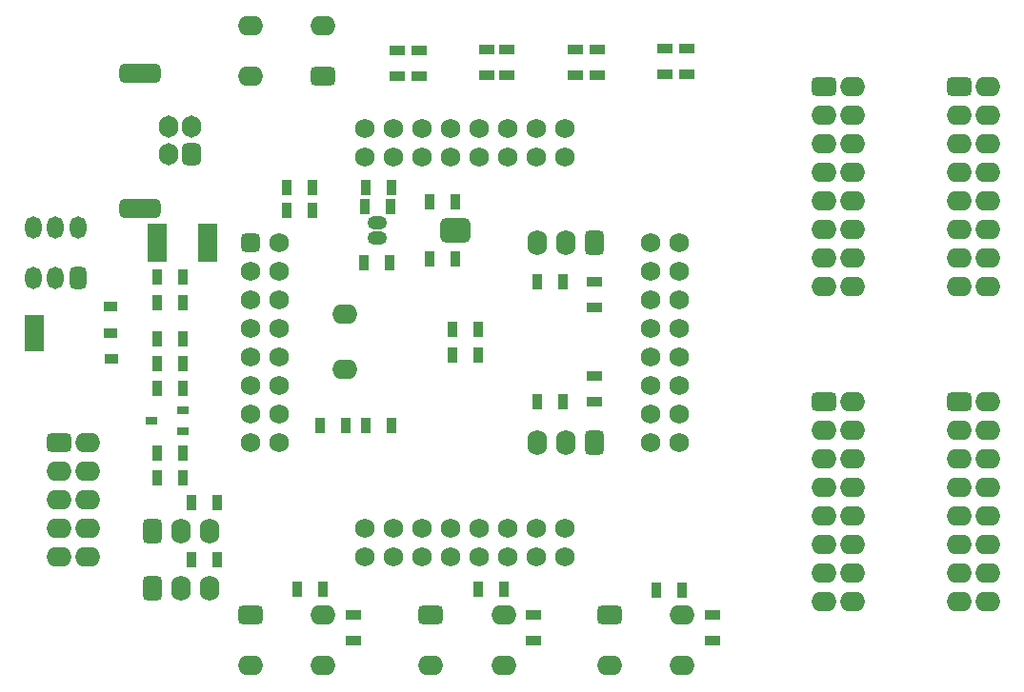
<source format=gts>
G04*
G04 #@! TF.GenerationSoftware,Altium Limited,Altium Designer,21.6.1 (37)*
G04*
G04 Layer_Color=8388736*
%FSTAX24Y24*%
%MOIN*%
G70*
G04*
G04 #@! TF.SameCoordinates,B7BCD236-E72C-41E6-AEDC-B20C2DB60F4C*
G04*
G04*
G04 #@! TF.FilePolarity,Negative*
G04*
G01*
G75*
G04:AMPARAMS|DCode=20|XSize=108mil|YSize=88mil|CornerRadius=24mil|HoleSize=0mil|Usage=FLASHONLY|Rotation=180.000|XOffset=0mil|YOffset=0mil|HoleType=Round|Shape=RoundedRectangle|*
%AMROUNDEDRECTD20*
21,1,0.1080,0.0400,0,0,180.0*
21,1,0.0600,0.0880,0,0,180.0*
1,1,0.0480,-0.0300,0.0200*
1,1,0.0480,0.0300,0.0200*
1,1,0.0480,0.0300,-0.0200*
1,1,0.0480,-0.0300,-0.0200*
%
%ADD20ROUNDEDRECTD20*%
%ADD21R,0.0380X0.0568*%
%ADD22R,0.0671X0.1261*%
%ADD23R,0.0474X0.0356*%
%ADD24R,0.0395X0.0277*%
%ADD25R,0.0671X0.1340*%
%ADD26R,0.0568X0.0380*%
%ADD27O,0.0680X0.0480*%
%ADD28C,0.0680*%
G04:AMPARAMS|DCode=29|XSize=68mil|YSize=68mil|CornerRadius=19mil|HoleSize=0mil|Usage=FLASHONLY|Rotation=90.000|XOffset=0mil|YOffset=0mil|HoleType=Round|Shape=RoundedRectangle|*
%AMROUNDEDRECTD29*
21,1,0.0680,0.0300,0,0,90.0*
21,1,0.0300,0.0680,0,0,90.0*
1,1,0.0380,0.0150,0.0150*
1,1,0.0380,0.0150,-0.0150*
1,1,0.0380,-0.0150,-0.0150*
1,1,0.0380,-0.0150,0.0150*
%
%ADD29ROUNDEDRECTD29*%
%ADD30O,0.0880X0.0680*%
G04:AMPARAMS|DCode=31|XSize=68mil|YSize=88mil|CornerRadius=19mil|HoleSize=0mil|Usage=FLASHONLY|Rotation=90.000|XOffset=0mil|YOffset=0mil|HoleType=Round|Shape=RoundedRectangle|*
%AMROUNDEDRECTD31*
21,1,0.0680,0.0500,0,0,90.0*
21,1,0.0300,0.0880,0,0,90.0*
1,1,0.0380,0.0250,0.0150*
1,1,0.0380,0.0250,-0.0150*
1,1,0.0380,-0.0250,-0.0150*
1,1,0.0380,-0.0250,0.0150*
%
%ADD31ROUNDEDRECTD31*%
G04:AMPARAMS|DCode=32|XSize=78mil|YSize=68mil|CornerRadius=19mil|HoleSize=0mil|Usage=FLASHONLY|Rotation=90.000|XOffset=0mil|YOffset=0mil|HoleType=Round|Shape=RoundedRectangle|*
%AMROUNDEDRECTD32*
21,1,0.0780,0.0300,0,0,90.0*
21,1,0.0400,0.0680,0,0,90.0*
1,1,0.0380,0.0150,0.0200*
1,1,0.0380,0.0150,-0.0200*
1,1,0.0380,-0.0150,-0.0200*
1,1,0.0380,-0.0150,0.0200*
%
%ADD32ROUNDEDRECTD32*%
%ADD33O,0.0680X0.0780*%
G04:AMPARAMS|DCode=34|XSize=68mil|YSize=145.8mil|CornerRadius=19mil|HoleSize=0mil|Usage=FLASHONLY|Rotation=90.000|XOffset=0mil|YOffset=0mil|HoleType=Round|Shape=RoundedRectangle|*
%AMROUNDEDRECTD34*
21,1,0.0680,0.1078,0,0,90.0*
21,1,0.0300,0.1458,0,0,90.0*
1,1,0.0380,0.0539,0.0150*
1,1,0.0380,0.0539,-0.0150*
1,1,0.0380,-0.0539,-0.0150*
1,1,0.0380,-0.0539,0.0150*
%
%ADD34ROUNDEDRECTD34*%
%ADD35O,0.0880X0.0680*%
G04:AMPARAMS|DCode=36|XSize=88mil|YSize=68mil|CornerRadius=19mil|HoleSize=0mil|Usage=FLASHONLY|Rotation=180.000|XOffset=0mil|YOffset=0mil|HoleType=Round|Shape=RoundedRectangle|*
%AMROUNDEDRECTD36*
21,1,0.0880,0.0300,0,0,180.0*
21,1,0.0500,0.0680,0,0,180.0*
1,1,0.0380,-0.0250,0.0150*
1,1,0.0380,0.0250,0.0150*
1,1,0.0380,0.0250,-0.0150*
1,1,0.0380,-0.0250,-0.0150*
%
%ADD36ROUNDEDRECTD36*%
%ADD37O,0.0580X0.0780*%
G04:AMPARAMS|DCode=38|XSize=58mil|YSize=78mil|CornerRadius=16.5mil|HoleSize=0mil|Usage=FLASHONLY|Rotation=180.000|XOffset=0mil|YOffset=0mil|HoleType=Round|Shape=RoundedRectangle|*
%AMROUNDEDRECTD38*
21,1,0.0580,0.0450,0,0,180.0*
21,1,0.0250,0.0780,0,0,180.0*
1,1,0.0330,-0.0125,0.0225*
1,1,0.0330,0.0125,0.0225*
1,1,0.0330,0.0125,-0.0225*
1,1,0.0330,-0.0125,-0.0225*
%
%ADD38ROUNDEDRECTD38*%
%ADD39O,0.0680X0.0880*%
G04:AMPARAMS|DCode=40|XSize=88mil|YSize=68mil|CornerRadius=19mil|HoleSize=0mil|Usage=FLASHONLY|Rotation=270.000|XOffset=0mil|YOffset=0mil|HoleType=Round|Shape=RoundedRectangle|*
%AMROUNDEDRECTD40*
21,1,0.0880,0.0300,0,0,270.0*
21,1,0.0500,0.0680,0,0,270.0*
1,1,0.0380,-0.0150,-0.0250*
1,1,0.0380,-0.0150,0.0250*
1,1,0.0380,0.0150,0.0250*
1,1,0.0380,0.0150,-0.0250*
%
%ADD40ROUNDEDRECTD40*%
D20*
X0154Y015853D02*
D03*
D21*
X01221Y014721D02*
D03*
X01311D02*
D03*
X01529Y012373D02*
D03*
X01619D02*
D03*
X01915Y014053D02*
D03*
X01825D02*
D03*
X0095Y017353D02*
D03*
X0104D02*
D03*
X00615Y004303D02*
D03*
X00705D02*
D03*
X00615Y006303D02*
D03*
X00705D02*
D03*
X01314Y016683D02*
D03*
X01224D02*
D03*
X01225Y017353D02*
D03*
X01315D02*
D03*
X0095Y016553D02*
D03*
X0104D02*
D03*
X01915Y009853D02*
D03*
X01825D02*
D03*
X00585Y010303D02*
D03*
X00495D02*
D03*
X01529Y011473D02*
D03*
X01619D02*
D03*
X0154Y014853D02*
D03*
X0145D02*
D03*
X01225Y009003D02*
D03*
X01315D02*
D03*
X00495Y008053D02*
D03*
X00585D02*
D03*
X00495Y007178D02*
D03*
X00585D02*
D03*
X02334Y003261D02*
D03*
X02244D02*
D03*
X01709Y00327D02*
D03*
X01619D02*
D03*
X00987D02*
D03*
X01077D02*
D03*
X00495Y011178D02*
D03*
X00585D02*
D03*
X00585Y0142D02*
D03*
X00495D02*
D03*
X00585Y0133D02*
D03*
X00495D02*
D03*
X01155Y009003D02*
D03*
X01065D02*
D03*
X0145Y016853D02*
D03*
X0154D02*
D03*
X00585Y012053D02*
D03*
X00495D02*
D03*
D22*
X00065Y01225D02*
D03*
D23*
X003337Y013165D02*
D03*
Y01225D02*
D03*
X003347Y011344D02*
D03*
D24*
X004748Y009177D02*
D03*
X00585Y008803D02*
D03*
Y009551D02*
D03*
D25*
X006722Y015403D02*
D03*
X00495D02*
D03*
D26*
X02025Y009853D02*
D03*
Y010753D02*
D03*
Y014053D02*
D03*
Y013153D02*
D03*
X022737Y021301D02*
D03*
Y022201D02*
D03*
X0235Y021301D02*
D03*
Y022201D02*
D03*
X01184Y00237D02*
D03*
Y00147D02*
D03*
X01814Y00237D02*
D03*
Y00147D02*
D03*
X02439Y00237D02*
D03*
Y00147D02*
D03*
X01961Y021286D02*
D03*
Y022186D02*
D03*
X016484Y021276D02*
D03*
Y022176D02*
D03*
X013357Y021256D02*
D03*
Y022156D02*
D03*
X02037Y021291D02*
D03*
Y022191D02*
D03*
X01719Y021273D02*
D03*
Y022173D02*
D03*
X01412Y021251D02*
D03*
Y022151D02*
D03*
D27*
X01265Y015577D02*
D03*
Y016128D02*
D03*
D28*
X01424Y01942D02*
D03*
X01524D02*
D03*
Y01842D02*
D03*
X01624D02*
D03*
Y01942D02*
D03*
X01924Y01842D02*
D03*
Y01942D02*
D03*
X01824Y01842D02*
D03*
Y01942D02*
D03*
X01724D02*
D03*
Y01842D02*
D03*
X01324Y01942D02*
D03*
Y01842D02*
D03*
X01424D02*
D03*
X01224D02*
D03*
Y01942D02*
D03*
X02324Y01342D02*
D03*
Y01242D02*
D03*
X02224D02*
D03*
Y01142D02*
D03*
X02324D02*
D03*
X02224Y00842D02*
D03*
X02324D02*
D03*
X02224Y00942D02*
D03*
X02324D02*
D03*
Y01042D02*
D03*
X02224D02*
D03*
X02324Y01442D02*
D03*
X02224D02*
D03*
Y01342D02*
D03*
Y01542D02*
D03*
X02324D02*
D03*
X01724Y00442D02*
D03*
X01624D02*
D03*
Y00542D02*
D03*
X01524D02*
D03*
Y00442D02*
D03*
X01224Y00542D02*
D03*
Y00442D02*
D03*
X01324Y00542D02*
D03*
Y00442D02*
D03*
X01424D02*
D03*
Y00542D02*
D03*
X01824Y00442D02*
D03*
Y00542D02*
D03*
X01724D02*
D03*
X01924D02*
D03*
Y00442D02*
D03*
X00824Y01042D02*
D03*
Y01142D02*
D03*
X00924D02*
D03*
Y01242D02*
D03*
X00824D02*
D03*
X00924Y01542D02*
D03*
X00924Y01442D02*
D03*
X00824D02*
D03*
Y01342D02*
D03*
X00924D02*
D03*
X00824Y00942D02*
D03*
X00924D02*
D03*
Y01042D02*
D03*
Y00842D02*
D03*
X00824D02*
D03*
D29*
X00824Y01542D02*
D03*
D30*
X001519Y004428D02*
D03*
X002519D02*
D03*
Y005428D02*
D03*
X001519D02*
D03*
X002518Y008428D02*
D03*
X002519Y007428D02*
D03*
X001519D02*
D03*
Y006428D02*
D03*
X002519D02*
D03*
X01152Y010974D02*
D03*
Y012913D02*
D03*
D31*
X001518Y008428D02*
D03*
D32*
X006161Y018499D02*
D03*
D33*
X005374Y019483D02*
D03*
Y018499D02*
D03*
X006161Y019483D02*
D03*
D34*
X00435Y021353D02*
D03*
Y016628D02*
D03*
D35*
X01077Y023009D02*
D03*
X008211D02*
D03*
Y021237D02*
D03*
X02929Y002849D02*
D03*
X02829D02*
D03*
X02929Y003849D02*
D03*
X02829D02*
D03*
X02929Y004849D02*
D03*
X02829D02*
D03*
X02929Y005849D02*
D03*
X02829D02*
D03*
X02929Y006849D02*
D03*
X02829D02*
D03*
X02929Y007849D02*
D03*
X02829D02*
D03*
X02929Y008849D02*
D03*
X02829D02*
D03*
X02929Y009849D02*
D03*
X008211Y000598D02*
D03*
X01077D02*
D03*
Y00237D02*
D03*
X014531Y000598D02*
D03*
X01709D02*
D03*
Y00237D02*
D03*
X020781Y000598D02*
D03*
X02334D02*
D03*
Y00237D02*
D03*
X034015Y009849D02*
D03*
X033015Y008849D02*
D03*
X034015D02*
D03*
X033015Y007849D02*
D03*
X034015D02*
D03*
X033015Y006849D02*
D03*
X034015D02*
D03*
X033015Y005849D02*
D03*
X034015D02*
D03*
X033015Y004849D02*
D03*
X034015D02*
D03*
X033015Y003849D02*
D03*
X034015D02*
D03*
X033015Y002849D02*
D03*
X034015D02*
D03*
X02929Y013873D02*
D03*
X02829D02*
D03*
X02929Y014873D02*
D03*
X02829D02*
D03*
X02929Y015873D02*
D03*
X02829D02*
D03*
X02929Y016873D02*
D03*
X02829D02*
D03*
X02929Y017873D02*
D03*
X02829D02*
D03*
X02929Y018873D02*
D03*
X02829D02*
D03*
X02929Y019873D02*
D03*
X02829D02*
D03*
X02929Y020873D02*
D03*
X034015Y014873D02*
D03*
Y013873D02*
D03*
X033015D02*
D03*
Y014873D02*
D03*
X034015Y015873D02*
D03*
X033015D02*
D03*
X034015Y016873D02*
D03*
X033015D02*
D03*
X034015Y017873D02*
D03*
X033015D02*
D03*
X034015Y018873D02*
D03*
X033015D02*
D03*
X034015Y019873D02*
D03*
X033015D02*
D03*
X034015Y020873D02*
D03*
D36*
X01077Y021237D02*
D03*
X02829Y009849D02*
D03*
X008211Y00237D02*
D03*
X014531D02*
D03*
X020781D02*
D03*
X033015Y009849D02*
D03*
X02829Y020873D02*
D03*
X033015D02*
D03*
D37*
X002188Y015953D02*
D03*
X0014D02*
D03*
X000613D02*
D03*
Y014181D02*
D03*
X0014D02*
D03*
D38*
X002188D02*
D03*
D39*
X0068Y003303D02*
D03*
X0058D02*
D03*
X0068Y005303D02*
D03*
X0058D02*
D03*
X01825Y008403D02*
D03*
X01925D02*
D03*
X01825Y015403D02*
D03*
X01925D02*
D03*
D40*
X0048Y003303D02*
D03*
Y005303D02*
D03*
X02025Y008403D02*
D03*
Y015403D02*
D03*
M02*

</source>
